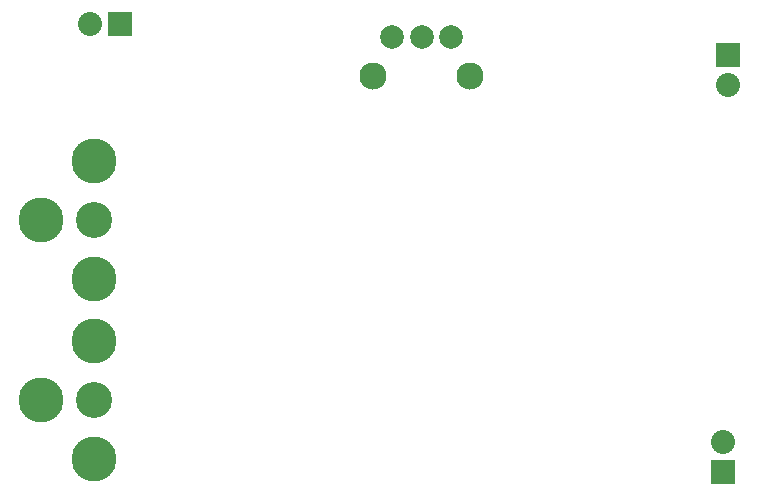
<source format=gbs>
G04 #@! TF.FileFunction,Soldermask,Bot*
%FSLAX46Y46*%
G04 Gerber Fmt 4.6, Leading zero omitted, Abs format (unit mm)*
G04 Created by KiCad (PCBNEW 4.0.0-2.201512072331+6194~38~ubuntu14.04.1-stable) date Tue 16 Aug 2016 09:34:35 AM CEST*
%MOMM*%
G01*
G04 APERTURE LIST*
%ADD10C,0.100000*%
%ADD11C,3.810000*%
%ADD12C,3.048000*%
%ADD13R,2.032000X2.032000*%
%ADD14O,2.032000X2.032000*%
%ADD15C,2.000000*%
%ADD16C,2.300000*%
G04 APERTURE END LIST*
D10*
D11*
X101600000Y-116840000D03*
X106095800Y-111836200D03*
X106095800Y-121843800D03*
D12*
X106095800Y-116840000D03*
D13*
X108331000Y-84963000D03*
D14*
X105791000Y-84963000D03*
D15*
X136358000Y-86106000D03*
X133858000Y-86106000D03*
X131358000Y-86106000D03*
D16*
X137958000Y-89406000D03*
X129758000Y-89406000D03*
D13*
X159766000Y-87630000D03*
D14*
X159766000Y-90170000D03*
D13*
X159385000Y-122936000D03*
D14*
X159385000Y-120396000D03*
D11*
X101600000Y-101600000D03*
X106095800Y-96596200D03*
X106095800Y-106603800D03*
D12*
X106095800Y-101600000D03*
M02*

</source>
